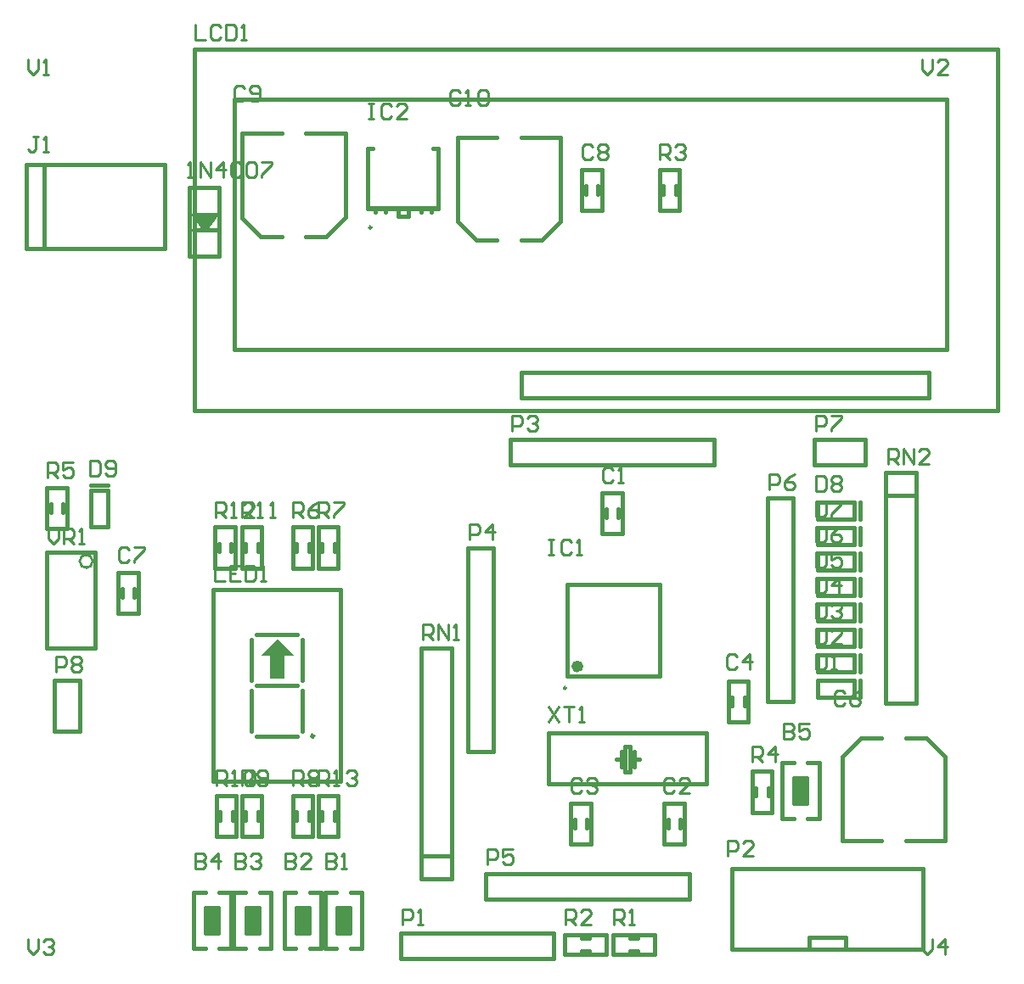
<source format=gto>
G04 Layer_Color=65535*
%FSLAX24Y24*%
%MOIN*%
G70*
G01*
G75*
%ADD20C,0.0150*%
%ADD23C,0.0100*%
%ADD40C,0.0098*%
%ADD41C,0.0236*%
%ADD42C,0.0120*%
%ADD43R,0.0500X0.1000*%
G36*
X20870Y27250D02*
Y27240D01*
X20500D01*
Y26360D01*
X19910D01*
Y27240D01*
X19540D01*
X20200Y27900D01*
X20220D01*
X20870Y27250D01*
D02*
G37*
D20*
X38840Y21093D02*
X39234D01*
X38840D02*
Y22707D01*
X39628D01*
Y21093D02*
Y22707D01*
X39234Y21093D02*
X39628D01*
X39474Y21740D02*
Y22055D01*
X38994Y21743D02*
Y22057D01*
X31589Y26439D02*
X35211D01*
X31589Y30061D02*
X35211D01*
X31589Y26439D02*
Y30061D01*
X35211Y26439D02*
Y30061D01*
X16990Y45640D02*
X17930D01*
Y42970D02*
Y45640D01*
X16740Y42970D02*
X17930D01*
X16740D02*
Y45640D01*
X16990D01*
X17340Y44000D02*
X17790Y44600D01*
X16940Y44580D02*
X17340Y44000D01*
X16930Y44600D02*
X16940Y44580D01*
X16930Y44600D02*
X17790D01*
X16910Y44000D02*
X17790D01*
X17330Y44120D02*
X17640Y44550D01*
X17060Y44530D02*
X17330Y44120D01*
X17060Y44530D02*
X17560Y44520D01*
X17310Y44230D02*
X17560Y44520D01*
X17210Y44480D02*
X17310Y44230D01*
X17120Y44470D02*
X17470Y44440D01*
X17120Y44470D02*
X17450Y44320D01*
X40020Y20840D02*
X40470D01*
X41030D02*
X41480D01*
Y23060D01*
X40020Y20840D02*
Y23060D01*
X40500Y21450D02*
Y22450D01*
X41000D01*
Y21450D02*
Y22450D01*
X40500Y21450D02*
X41000D01*
X40020Y23060D02*
X40470D01*
X41030D02*
X41480D01*
X32550Y46357D02*
X32944D01*
Y44743D02*
Y46357D01*
X32156Y44743D02*
X32944D01*
X32156D02*
Y46357D01*
X32550D01*
X32310Y45395D02*
Y45710D01*
X32790Y45393D02*
Y45707D01*
X31328Y44328D02*
Y47628D01*
X29782D02*
X31328D01*
X27272D02*
X28818D01*
X27272Y44308D02*
Y47628D01*
X29782Y43572D02*
X30572D01*
X31328Y44328D01*
X27272Y44308D02*
X28008Y43572D01*
X28818D01*
X12885Y33970D02*
X13535D01*
X12885Y33757D02*
X13215D01*
X12885Y32320D02*
Y33760D01*
Y32320D02*
X13545D01*
Y33760D01*
X13215Y33757D02*
X13545D01*
X24040Y44700D02*
Y44822D01*
X24434Y44700D02*
Y44822D01*
X25851Y44700D02*
Y44822D01*
X26245Y44700D02*
Y44822D01*
X23764Y47185D02*
X23961D01*
X26323D02*
X26520D01*
X23764Y44822D02*
X26520D01*
X25851D02*
X26245D01*
X24946Y44507D02*
Y44822D01*
X25339D01*
Y44507D02*
Y44822D01*
X24946Y44507D02*
X25339D01*
X24040Y44822D02*
X24434D01*
X26520D02*
Y47185D01*
X23764Y44822D02*
Y47185D01*
Y44850D02*
X26520D01*
X10350Y43250D02*
Y46550D01*
X15800Y43250D02*
Y46550D01*
X10350D02*
X15800D01*
X10350Y43250D02*
X15800D01*
X11050D02*
Y46550D01*
X29800Y38400D02*
X45800D01*
Y37400D02*
Y38400D01*
X45050Y37400D02*
X45800D01*
X29800D02*
X45050D01*
X29800D02*
Y38400D01*
X17000Y36900D02*
X48500D01*
Y51100D01*
X17000D02*
X48500D01*
X16950Y36900D02*
Y51100D01*
X46481Y39289D02*
Y49131D01*
X18529D02*
X46481D01*
X18529Y39289D02*
Y49131D01*
Y39289D02*
X46481D01*
X19200Y26300D02*
Y27900D01*
Y26300D02*
Y27900D01*
X21200Y26300D02*
Y27900D01*
Y26300D02*
Y27900D01*
X19400Y28100D02*
X21000D01*
X19400Y26100D02*
X21000D01*
X19400D02*
X21000D01*
X19400Y24100D02*
X21000D01*
X19200Y24300D02*
Y25900D01*
Y24300D02*
Y25900D01*
X21200Y24300D02*
Y25900D01*
Y24300D02*
Y25900D01*
X19200Y26300D02*
Y27900D01*
Y26300D02*
Y27900D01*
X21200Y26300D02*
Y27900D01*
Y26300D02*
Y27900D01*
X19400Y28100D02*
X21000D01*
X19400Y26100D02*
X21000D01*
X19400D02*
X21000D01*
X19400Y24100D02*
X21000D01*
X19200Y24300D02*
Y25900D01*
Y24300D02*
Y25900D01*
X21200Y24300D02*
Y25900D01*
Y24300D02*
Y25900D01*
X19200Y26300D02*
Y27900D01*
Y26300D02*
Y27900D01*
X21200Y26300D02*
Y27900D01*
Y26300D02*
Y27900D01*
X19400Y28100D02*
X21000D01*
X19400Y26100D02*
X21000D01*
X19400D02*
X21000D01*
X19400Y24100D02*
X21000D01*
X19200Y24300D02*
Y25900D01*
Y24300D02*
Y25900D01*
X21200Y24300D02*
Y25900D01*
Y24300D02*
Y25900D01*
X19200Y26300D02*
Y27900D01*
Y26300D02*
Y27900D01*
X21200Y26300D02*
Y27900D01*
Y26300D02*
Y27900D01*
X19400Y28100D02*
X21000D01*
X19400Y26100D02*
X21000D01*
X19400D02*
X21000D01*
X19400Y24100D02*
X21000D01*
X19200Y24300D02*
Y25900D01*
Y24300D02*
Y25900D01*
X21200Y24300D02*
Y25900D01*
Y24300D02*
Y25900D01*
X17700Y29850D02*
X22700D01*
Y22320D02*
Y29850D01*
X17700Y22320D02*
X22700D01*
X17700D02*
Y29850D01*
X25050Y15350D02*
X31050D01*
X25050Y16350D02*
X31050D01*
X25050Y15350D02*
Y16350D01*
X31050Y15350D02*
Y16350D01*
X38060Y15725D02*
X45540D01*
Y18875D01*
X38060Y15725D02*
Y18875D01*
X45540D01*
X41070Y16200D02*
X41800D01*
X41070Y15725D02*
Y16200D01*
X42530Y15725D02*
Y16200D01*
X41800D02*
X42530D01*
X39450Y33450D02*
X40450D01*
Y25450D02*
Y33450D01*
X39450Y25450D02*
X40450D01*
X39450D02*
Y33450D01*
X11450Y24275D02*
Y26275D01*
Y24275D02*
X12450D01*
Y26275D01*
X11450D02*
X12450D01*
X21806Y20143D02*
X22200D01*
X21806D02*
Y21757D01*
X22594D01*
Y20143D02*
Y21757D01*
X22200Y20143D02*
X22594D01*
X22440Y20790D02*
Y21105D01*
X21960Y20793D02*
Y21107D01*
X44100Y33540D02*
X45300D01*
X44100Y34440D02*
X45300D01*
X44100Y25390D02*
Y34440D01*
Y25390D02*
X45300D01*
Y34440D01*
X11150Y27565D02*
Y31315D01*
X13050D01*
Y27565D02*
Y31315D01*
X11150Y27565D02*
X13050D01*
X30860Y22230D02*
X30880Y22210D01*
X37050D01*
X30860Y24230D02*
X37050D01*
X30860Y22230D02*
Y24230D01*
X37050Y22210D02*
Y24230D01*
X34210Y23190D02*
X34410D01*
X34210Y22890D02*
Y23490D01*
X34060Y22690D02*
Y23690D01*
X33860D02*
X34060D01*
X33860Y22690D02*
Y23690D01*
Y22690D02*
X34060D01*
X33710Y22890D02*
Y23490D01*
X33510Y23190D02*
X33710D01*
X25850Y19400D02*
X27050D01*
X25850Y18500D02*
X27050D01*
Y27550D01*
X25850D02*
X27050D01*
X25850Y18500D02*
Y27550D01*
X33393Y15907D02*
Y16301D01*
X35007D01*
Y15513D02*
Y16301D01*
X33393Y15513D02*
X35007D01*
X33393D02*
Y15907D01*
X34040Y15667D02*
X34355D01*
X34043Y16147D02*
X34357D01*
X35600Y46357D02*
X35994D01*
Y44743D02*
Y46357D01*
X35206Y44743D02*
X35994D01*
X35206D02*
Y46357D01*
X35600D01*
X35360Y45395D02*
Y45710D01*
X35840Y45393D02*
Y45707D01*
X31493Y15907D02*
Y16301D01*
X33107D01*
Y15513D02*
Y16301D01*
X31493Y15513D02*
X33107D01*
X31493D02*
Y15907D01*
X32140Y15667D02*
X32455D01*
X32143Y16147D02*
X32457D01*
X29350Y34740D02*
Y35740D01*
X37350D01*
Y34740D02*
Y35740D01*
X29350Y34740D02*
X37350D01*
X27700Y31500D02*
X28700D01*
Y23500D02*
Y31500D01*
X27700Y23500D02*
X28700D01*
X27700D02*
Y31500D01*
X16920Y15740D02*
X17370D01*
X17930D02*
X18380D01*
Y17960D01*
X16920Y15740D02*
Y17960D01*
X17400Y16350D02*
Y17350D01*
X17900D01*
Y16350D02*
Y17350D01*
X17400Y16350D02*
X17900D01*
X16920Y17960D02*
X17370D01*
X17930D02*
X18380D01*
X18496Y15740D02*
X18946D01*
X19506D02*
X19956D01*
Y17960D01*
X18496Y15740D02*
Y17960D01*
X18976Y16350D02*
Y17350D01*
X19476D01*
Y16350D02*
Y17350D01*
X18976Y16350D02*
X19476D01*
X18496Y17960D02*
X18946D01*
X19506D02*
X19956D01*
X20470Y15740D02*
X20920D01*
X21480D02*
X21930D01*
Y17960D01*
X20470Y15740D02*
Y17960D01*
X20950Y16350D02*
Y17350D01*
X21450D01*
Y16350D02*
Y17350D01*
X20950Y16350D02*
X21450D01*
X20470Y17960D02*
X20920D01*
X21480D02*
X21930D01*
X22070Y15740D02*
X22520D01*
X23080D02*
X23530D01*
Y17960D01*
X22070Y15740D02*
Y17960D01*
X22550Y16350D02*
Y17350D01*
X23050D01*
Y16350D02*
Y17350D01*
X22550Y16350D02*
X23050D01*
X22070Y17960D02*
X22520D01*
X23080D02*
X23530D01*
X36400Y17700D02*
Y18700D01*
X28400Y17700D02*
X36400D01*
X28400D02*
Y18700D01*
X36400D01*
X43070Y25630D02*
Y26280D01*
X42857Y25950D02*
Y26280D01*
X41420D02*
X42860D01*
X41420Y25620D02*
Y26280D01*
Y25620D02*
X42860D01*
X42857D02*
Y25950D01*
X43070Y26630D02*
Y27280D01*
X42857Y26950D02*
Y27280D01*
X41420D02*
X42860D01*
X41420Y26620D02*
Y27280D01*
Y26620D02*
X42860D01*
X42857D02*
Y26950D01*
X43070Y27630D02*
Y28280D01*
X42857Y27950D02*
Y28280D01*
X41420D02*
X42860D01*
X41420Y27620D02*
Y28280D01*
Y27620D02*
X42860D01*
X42857D02*
Y27950D01*
X43070Y28630D02*
Y29280D01*
X42857Y28950D02*
Y29280D01*
X41420D02*
X42860D01*
X41420Y28620D02*
Y29280D01*
Y28620D02*
X42860D01*
X42857D02*
Y28950D01*
X43070Y29630D02*
Y30280D01*
X42857Y29950D02*
Y30280D01*
X41420D02*
X42860D01*
X41420Y29620D02*
Y30280D01*
Y29620D02*
X42860D01*
X42857D02*
Y29950D01*
X33350Y33657D02*
X33744D01*
Y32043D02*
Y33657D01*
X32956Y32043D02*
X33744D01*
X32956D02*
Y33657D01*
X33350D01*
X33110Y32695D02*
Y33010D01*
X33590Y32693D02*
Y33007D01*
X43070Y30630D02*
Y31280D01*
X42857Y30950D02*
Y31280D01*
X41420D02*
X42860D01*
X41420Y30620D02*
Y31280D01*
Y30620D02*
X42860D01*
X42857D02*
Y30950D01*
X31726Y19843D02*
X32120D01*
X31726D02*
Y21457D01*
X32514D01*
Y19843D02*
Y21457D01*
X32120Y19843D02*
X32514D01*
X32360Y20490D02*
Y20805D01*
X31880Y20493D02*
Y20807D01*
X35386Y19843D02*
X35780D01*
X35386D02*
Y21457D01*
X36174D01*
Y19843D02*
Y21457D01*
X35780Y19843D02*
X36174D01*
X36020Y20490D02*
Y20805D01*
X35540Y20493D02*
Y20807D01*
X43070Y31630D02*
Y32280D01*
X42857Y31950D02*
Y32280D01*
X41420D02*
X42860D01*
X41420Y31620D02*
Y32280D01*
Y31620D02*
X42860D01*
X42857D02*
Y31950D01*
X43070Y32625D02*
Y33275D01*
X42857Y32945D02*
Y33275D01*
X41420D02*
X42860D01*
X41420Y32615D02*
Y33275D01*
Y32615D02*
X42860D01*
X42857D02*
Y32945D01*
X38300Y26257D02*
X38694D01*
Y24643D02*
Y26257D01*
X37906Y24643D02*
X38694D01*
X37906D02*
Y26257D01*
X38300D01*
X38060Y25295D02*
Y25610D01*
X38540Y25293D02*
Y25607D01*
X42372Y19972D02*
Y23272D01*
Y19972D02*
X43918D01*
X44882D02*
X46428D01*
Y23292D01*
X43128Y24028D02*
X43918D01*
X42372Y23272D02*
X43128Y24028D01*
X45692D02*
X46428Y23292D01*
X44882Y24028D02*
X45692D01*
X14350Y30532D02*
X14744D01*
Y28918D02*
Y30532D01*
X13956Y28918D02*
X14744D01*
X13956D02*
Y30532D01*
X14350D01*
X14110Y29570D02*
Y29885D01*
X14590Y29567D02*
Y29882D01*
X41300Y35740D02*
X43300D01*
X41300Y34740D02*
Y35740D01*
Y34740D02*
X43300D01*
Y35740D01*
X11156Y32243D02*
X11550D01*
X11156D02*
Y33857D01*
X11944D01*
Y32243D02*
Y33857D01*
X11550Y32243D02*
X11944D01*
X11790Y32890D02*
Y33205D01*
X11310Y32893D02*
Y33207D01*
X21200Y32307D02*
X21594D01*
Y30693D02*
Y32307D01*
X20806Y30693D02*
X21594D01*
X20806D02*
Y32307D01*
X21200D01*
X20960Y31345D02*
Y31660D01*
X21440Y31343D02*
Y31657D01*
X22200Y32307D02*
X22594D01*
Y30693D02*
Y32307D01*
X21806Y30693D02*
X22594D01*
X21806D02*
Y32307D01*
X22200D01*
X21960Y31345D02*
Y31660D01*
X22440Y31343D02*
Y31657D01*
X20806Y20143D02*
X21200D01*
X20806D02*
Y21757D01*
X21594D01*
Y20143D02*
Y21757D01*
X21200Y20143D02*
X21594D01*
X21440Y20790D02*
Y21105D01*
X20960Y20793D02*
Y21107D01*
X18806Y20143D02*
X19200D01*
X18806D02*
Y21757D01*
X19594D01*
Y20143D02*
Y21757D01*
X19200Y20143D02*
X19594D01*
X19440Y20790D02*
Y21105D01*
X18960Y20793D02*
Y21107D01*
X17806Y20143D02*
X18200D01*
X17806D02*
Y21757D01*
X18594D01*
Y20143D02*
Y21757D01*
X18200Y20143D02*
X18594D01*
X18440Y20790D02*
Y21105D01*
X17960Y20793D02*
Y21107D01*
X19200Y32307D02*
X19594D01*
Y30693D02*
Y32307D01*
X18806Y30693D02*
X19594D01*
X18806D02*
Y32307D01*
X19200D01*
X18960Y31345D02*
Y31660D01*
X19440Y31343D02*
Y31657D01*
X18150Y32307D02*
X18544D01*
Y30693D02*
Y32307D01*
X17756Y30693D02*
X18544D01*
X17756D02*
Y32307D01*
X18150D01*
X17910Y31345D02*
Y31660D01*
X18390Y31343D02*
Y31657D01*
X22878Y44478D02*
Y47778D01*
X21332D02*
X22878D01*
X18822D02*
X20368D01*
X18822Y44458D02*
Y47778D01*
X21332Y43722D02*
X22122D01*
X22878Y44478D01*
X18822Y44458D02*
X19558Y43722D01*
X20368D01*
D23*
X12955Y30965D02*
G03*
X12955Y30965I-255J0D01*
G01*
X38854Y23100D02*
Y23700D01*
X39154D01*
X39254Y23600D01*
Y23400D01*
X39154Y23300D01*
X38854D01*
X39054D02*
X39254Y23100D01*
X39754D02*
Y23700D01*
X39454Y23400D01*
X39854D01*
X30840Y31810D02*
X31040D01*
X30940D01*
Y31210D01*
X30840D01*
X31040D01*
X31740Y31710D02*
X31640Y31810D01*
X31440D01*
X31340Y31710D01*
Y31310D01*
X31440Y31210D01*
X31640D01*
X31740Y31310D01*
X31940Y31210D02*
X32140D01*
X32040D01*
Y31810D01*
X31940Y31710D01*
X30840Y25240D02*
X31240Y24640D01*
Y25240D02*
X30840Y24640D01*
X31440Y25240D02*
X31840D01*
X31640D01*
Y24640D01*
X32040D02*
X32240D01*
X32140D01*
Y25240D01*
X32040Y25140D01*
X11205Y32270D02*
Y31870D01*
X11405Y31670D01*
X11605Y31870D01*
Y32270D01*
X11805Y31670D02*
Y32270D01*
X12105D01*
X12205Y32170D01*
Y31970D01*
X12105Y31870D01*
X11805D01*
X12005D02*
X12205Y31670D01*
X12405D02*
X12605D01*
X12505D01*
Y32270D01*
X12405Y32170D01*
X45525Y16125D02*
Y15725D01*
X45725Y15525D01*
X45925Y15725D01*
Y16125D01*
X46425Y15525D02*
Y16125D01*
X46125Y15825D01*
X46525D01*
X10425Y16125D02*
Y15725D01*
X10625Y15525D01*
X10825Y15725D01*
Y16125D01*
X11025Y16025D02*
X11125Y16125D01*
X11325D01*
X11425Y16025D01*
Y15925D01*
X11325Y15825D01*
X11225D01*
X11325D01*
X11425Y15725D01*
Y15625D01*
X11325Y15525D01*
X11125D01*
X11025Y15625D01*
X45525Y50675D02*
Y50275D01*
X45725Y50075D01*
X45925Y50275D01*
Y50675D01*
X46525Y50075D02*
X46125D01*
X46525Y50475D01*
Y50575D01*
X46425Y50675D01*
X46225D01*
X46125Y50575D01*
X10425Y50675D02*
Y50275D01*
X10625Y50075D01*
X10825Y50275D01*
Y50675D01*
X11025Y50075D02*
X11225D01*
X11125D01*
Y50675D01*
X11025Y50575D01*
X44170Y34780D02*
Y35380D01*
X44470D01*
X44570Y35280D01*
Y35080D01*
X44470Y34980D01*
X44170D01*
X44370D02*
X44570Y34780D01*
X44770D02*
Y35380D01*
X45170Y34780D01*
Y35380D01*
X45769Y34780D02*
X45370D01*
X45769Y35180D01*
Y35280D01*
X45670Y35380D01*
X45470D01*
X45370Y35280D01*
X25910Y27890D02*
Y28490D01*
X26210D01*
X26310Y28390D01*
Y28190D01*
X26210Y28090D01*
X25910D01*
X26110D02*
X26310Y27890D01*
X26510D02*
Y28490D01*
X26910Y27890D01*
Y28490D01*
X27110Y27890D02*
X27310D01*
X27210D01*
Y28490D01*
X27110Y28390D01*
X21820Y22150D02*
Y22750D01*
X22120D01*
X22220Y22650D01*
Y22450D01*
X22120Y22350D01*
X21820D01*
X22020D02*
X22220Y22150D01*
X22420D02*
X22620D01*
X22520D01*
Y22750D01*
X22420Y22650D01*
X22920D02*
X23020Y22750D01*
X23220D01*
X23320Y22650D01*
Y22550D01*
X23220Y22450D01*
X23120D01*
X23220D01*
X23320Y22350D01*
Y22250D01*
X23220Y22150D01*
X23020D01*
X22920Y22250D01*
X17770Y32700D02*
Y33300D01*
X18070D01*
X18170Y33200D01*
Y33000D01*
X18070Y32900D01*
X17770D01*
X17970D02*
X18170Y32700D01*
X18370D02*
X18570D01*
X18470D01*
Y33300D01*
X18370Y33200D01*
X19270Y32700D02*
X18870D01*
X19270Y33100D01*
Y33200D01*
X19170Y33300D01*
X18970D01*
X18870Y33200D01*
X18820Y32700D02*
Y33300D01*
X19120D01*
X19220Y33200D01*
Y33000D01*
X19120Y32900D01*
X18820D01*
X19020D02*
X19220Y32700D01*
X19420D02*
X19620D01*
X19520D01*
Y33300D01*
X19420Y33200D01*
X19920Y32700D02*
X20120D01*
X20020D01*
Y33300D01*
X19920Y33200D01*
X17820Y22150D02*
Y22750D01*
X18120D01*
X18220Y22650D01*
Y22450D01*
X18120Y22350D01*
X17820D01*
X18020D02*
X18220Y22150D01*
X18420D02*
X18620D01*
X18520D01*
Y22750D01*
X18420Y22650D01*
X18920D02*
X19020Y22750D01*
X19220D01*
X19320Y22650D01*
Y22250D01*
X19220Y22150D01*
X19020D01*
X18920Y22250D01*
Y22650D01*
X18820Y22150D02*
Y22750D01*
X19120D01*
X19220Y22650D01*
Y22450D01*
X19120Y22350D01*
X18820D01*
X19020D02*
X19220Y22150D01*
X19420Y22250D02*
X19520Y22150D01*
X19720D01*
X19820Y22250D01*
Y22650D01*
X19720Y22750D01*
X19520D01*
X19420Y22650D01*
Y22550D01*
X19520Y22450D01*
X19820D01*
X20820Y22150D02*
Y22750D01*
X21120D01*
X21220Y22650D01*
Y22450D01*
X21120Y22350D01*
X20820D01*
X21020D02*
X21220Y22150D01*
X21420Y22650D02*
X21520Y22750D01*
X21720D01*
X21820Y22650D01*
Y22550D01*
X21720Y22450D01*
X21820Y22350D01*
Y22250D01*
X21720Y22150D01*
X21520D01*
X21420Y22250D01*
Y22350D01*
X21520Y22450D01*
X21420Y22550D01*
Y22650D01*
X21520Y22450D02*
X21720D01*
X21820Y32700D02*
Y33300D01*
X22120D01*
X22220Y33200D01*
Y33000D01*
X22120Y32900D01*
X21820D01*
X22020D02*
X22220Y32700D01*
X22420Y33300D02*
X22820D01*
Y33200D01*
X22420Y32800D01*
Y32700D01*
X20820D02*
Y33300D01*
X21120D01*
X21220Y33200D01*
Y33000D01*
X21120Y32900D01*
X20820D01*
X21020D02*
X21220Y32700D01*
X21820Y33300D02*
X21620Y33200D01*
X21420Y33000D01*
Y32800D01*
X21520Y32700D01*
X21720D01*
X21820Y32800D01*
Y32900D01*
X21720Y33000D01*
X21420D01*
X11170Y34250D02*
Y34850D01*
X11470D01*
X11570Y34750D01*
Y34550D01*
X11470Y34450D01*
X11170D01*
X11370D02*
X11570Y34250D01*
X12170Y34850D02*
X11770D01*
Y34550D01*
X11970Y34650D01*
X12070D01*
X12170Y34550D01*
Y34350D01*
X12070Y34250D01*
X11870D01*
X11770Y34350D01*
X35220Y46750D02*
Y47350D01*
X35520D01*
X35620Y47250D01*
Y47050D01*
X35520Y46950D01*
X35220D01*
X35420D02*
X35620Y46750D01*
X35820Y47250D02*
X35920Y47350D01*
X36120D01*
X36220Y47250D01*
Y47150D01*
X36120Y47050D01*
X36020D01*
X36120D01*
X36220Y46950D01*
Y46850D01*
X36120Y46750D01*
X35920D01*
X35820Y46850D01*
X31505Y16692D02*
Y17292D01*
X31805D01*
X31905Y17192D01*
Y16992D01*
X31805Y16892D01*
X31505D01*
X31705D02*
X31905Y16692D01*
X32505D02*
X32105D01*
X32505Y17092D01*
Y17192D01*
X32405Y17292D01*
X32205D01*
X32105Y17192D01*
X33405Y16692D02*
Y17292D01*
X33705D01*
X33805Y17192D01*
Y16992D01*
X33705Y16892D01*
X33405D01*
X33605D02*
X33805Y16692D01*
X34005D02*
X34205D01*
X34105D01*
Y17292D01*
X34005Y17192D01*
X11510Y26615D02*
Y27215D01*
X11810D01*
X11910Y27115D01*
Y26915D01*
X11810Y26815D01*
X11510D01*
X12110Y27115D02*
X12210Y27215D01*
X12410D01*
X12510Y27115D01*
Y27015D01*
X12410Y26915D01*
X12510Y26815D01*
Y26715D01*
X12410Y26615D01*
X12210D01*
X12110Y26715D01*
Y26815D01*
X12210Y26915D01*
X12110Y27015D01*
Y27115D01*
X12210Y26915D02*
X12410D01*
X41360Y36080D02*
Y36680D01*
X41660D01*
X41760Y36580D01*
Y36380D01*
X41660Y36280D01*
X41360D01*
X41960Y36680D02*
X42360D01*
Y36580D01*
X41960Y36180D01*
Y36080D01*
X39515Y33785D02*
Y34385D01*
X39815D01*
X39915Y34285D01*
Y34085D01*
X39815Y33985D01*
X39515D01*
X40515Y34385D02*
X40315Y34285D01*
X40115Y34085D01*
Y33885D01*
X40215Y33785D01*
X40415D01*
X40515Y33885D01*
Y33985D01*
X40415Y34085D01*
X40115D01*
X28460Y19040D02*
Y19640D01*
X28760D01*
X28860Y19540D01*
Y19340D01*
X28760Y19240D01*
X28460D01*
X29460Y19640D02*
X29060D01*
Y19340D01*
X29260Y19440D01*
X29360D01*
X29460Y19340D01*
Y19140D01*
X29360Y19040D01*
X29160D01*
X29060Y19140D01*
X27765Y31835D02*
Y32435D01*
X28065D01*
X28165Y32335D01*
Y32135D01*
X28065Y32035D01*
X27765D01*
X28665Y31835D02*
Y32435D01*
X28365Y32135D01*
X28765D01*
X29410Y36080D02*
Y36680D01*
X29710D01*
X29810Y36580D01*
Y36380D01*
X29710Y36280D01*
X29410D01*
X30010Y36580D02*
X30110Y36680D01*
X30310D01*
X30410Y36580D01*
Y36480D01*
X30310Y36380D01*
X30210D01*
X30310D01*
X30410Y36280D01*
Y36180D01*
X30310Y36080D01*
X30110D01*
X30010Y36180D01*
X37900Y19400D02*
Y20000D01*
X38200D01*
X38300Y19900D01*
Y19700D01*
X38200Y19600D01*
X37900D01*
X38900Y19400D02*
X38500D01*
X38900Y19800D01*
Y19900D01*
X38800Y20000D01*
X38600D01*
X38500Y19900D01*
X25114Y16690D02*
Y17290D01*
X25414D01*
X25514Y17190D01*
Y16990D01*
X25414Y16890D01*
X25114D01*
X25714Y16690D02*
X25914D01*
X25814D01*
Y17290D01*
X25714Y17190D01*
X17765Y30785D02*
Y30185D01*
X18165D01*
X18765Y30785D02*
X18365D01*
Y30185D01*
X18765D01*
X18365Y30485D02*
X18565D01*
X18965Y30785D02*
Y30185D01*
X19265D01*
X19364Y30285D01*
Y30685D01*
X19265Y30785D01*
X18965D01*
X19564Y30185D02*
X19764D01*
X19664D01*
Y30785D01*
X19564Y30685D01*
X17000Y52050D02*
Y51450D01*
X17400D01*
X18000Y51950D02*
X17900Y52050D01*
X17700D01*
X17600Y51950D01*
Y51550D01*
X17700Y51450D01*
X17900D01*
X18000Y51550D01*
X18200Y52050D02*
Y51450D01*
X18500D01*
X18599Y51550D01*
Y51950D01*
X18500Y52050D01*
X18200D01*
X18799Y51450D02*
X18999D01*
X18899D01*
Y52050D01*
X18799Y51950D01*
X10820Y47640D02*
X10620D01*
X10720D01*
Y47140D01*
X10620Y47040D01*
X10520D01*
X10420Y47140D01*
X11020Y47040D02*
X11220D01*
X11120D01*
Y47640D01*
X11020Y47540D01*
X23800Y48965D02*
X24000D01*
X23900D01*
Y48365D01*
X23800D01*
X24000D01*
X24700Y48865D02*
X24600Y48965D01*
X24400D01*
X24300Y48865D01*
Y48465D01*
X24400Y48365D01*
X24600D01*
X24700Y48465D01*
X25300Y48365D02*
X24900D01*
X25300Y48765D01*
Y48865D01*
X25200Y48965D01*
X25000D01*
X24900Y48865D01*
X12835Y34920D02*
Y34320D01*
X13134D01*
X13234Y34420D01*
Y34820D01*
X13134Y34920D01*
X12835D01*
X13434Y34420D02*
X13534Y34320D01*
X13734D01*
X13834Y34420D01*
Y34820D01*
X13734Y34920D01*
X13534D01*
X13434Y34820D01*
Y34720D01*
X13534Y34620D01*
X13834D01*
X41340Y34325D02*
Y33725D01*
X41640D01*
X41740Y33825D01*
Y34225D01*
X41640Y34325D01*
X41340D01*
X41940Y34225D02*
X42040Y34325D01*
X42240D01*
X42340Y34225D01*
Y34125D01*
X42240Y34025D01*
X42340Y33925D01*
Y33825D01*
X42240Y33725D01*
X42040D01*
X41940Y33825D01*
Y33925D01*
X42040Y34025D01*
X41940Y34125D01*
Y34225D01*
X42040Y34025D02*
X42240D01*
X41340Y33330D02*
Y32730D01*
X41640D01*
X41740Y32830D01*
Y33230D01*
X41640Y33330D01*
X41340D01*
X41940D02*
X42340D01*
Y33230D01*
X41940Y32830D01*
Y32730D01*
X41340Y32330D02*
Y31730D01*
X41640D01*
X41740Y31830D01*
Y32230D01*
X41640Y32330D01*
X41340D01*
X42340D02*
X42140Y32230D01*
X41940Y32030D01*
Y31830D01*
X42040Y31730D01*
X42240D01*
X42340Y31830D01*
Y31930D01*
X42240Y32030D01*
X41940D01*
X41340Y31330D02*
Y30730D01*
X41640D01*
X41740Y30830D01*
Y31230D01*
X41640Y31330D01*
X41340D01*
X42340D02*
X41940D01*
Y31030D01*
X42140Y31130D01*
X42240D01*
X42340Y31030D01*
Y30830D01*
X42240Y30730D01*
X42040D01*
X41940Y30830D01*
X41340Y30330D02*
Y29730D01*
X41640D01*
X41740Y29830D01*
Y30230D01*
X41640Y30330D01*
X41340D01*
X42240Y29730D02*
Y30330D01*
X41940Y30030D01*
X42340D01*
X41340Y29335D02*
Y28735D01*
X41640D01*
X41740Y28835D01*
Y29235D01*
X41640Y29335D01*
X41340D01*
X41940Y29235D02*
X42040Y29335D01*
X42240D01*
X42340Y29235D01*
Y29135D01*
X42240Y29035D01*
X42140D01*
X42240D01*
X42340Y28935D01*
Y28835D01*
X42240Y28735D01*
X42040D01*
X41940Y28835D01*
X41340Y28330D02*
Y27730D01*
X41640D01*
X41740Y27830D01*
Y28230D01*
X41640Y28330D01*
X41340D01*
X42340Y27730D02*
X41940D01*
X42340Y28130D01*
Y28230D01*
X42240Y28330D01*
X42040D01*
X41940Y28230D01*
X41341Y27330D02*
Y26730D01*
X41641D01*
X41740Y26830D01*
Y27230D01*
X41641Y27330D01*
X41341D01*
X41940Y26730D02*
X42140D01*
X42040D01*
Y27330D01*
X41940Y27230D01*
X27370Y49400D02*
X27270Y49500D01*
X27070D01*
X26970Y49400D01*
Y49000D01*
X27070Y48900D01*
X27270D01*
X27370Y49000D01*
X27570Y48900D02*
X27770D01*
X27670D01*
Y49500D01*
X27570Y49400D01*
X28070D02*
X28170Y49500D01*
X28370D01*
X28470Y49400D01*
Y49000D01*
X28370Y48900D01*
X28170D01*
X28070Y49000D01*
Y49400D01*
X18920Y49550D02*
X18820Y49650D01*
X18620D01*
X18520Y49550D01*
Y49150D01*
X18620Y49050D01*
X18820D01*
X18920Y49150D01*
X19120D02*
X19220Y49050D01*
X19420D01*
X19520Y49150D01*
Y49550D01*
X19420Y49650D01*
X19220D01*
X19120Y49550D01*
Y49450D01*
X19220Y49350D01*
X19520D01*
X32570Y47250D02*
X32470Y47350D01*
X32270D01*
X32170Y47250D01*
Y46850D01*
X32270Y46750D01*
X32470D01*
X32570Y46850D01*
X32770Y47250D02*
X32870Y47350D01*
X33070D01*
X33170Y47250D01*
Y47150D01*
X33070Y47050D01*
X33170Y46950D01*
Y46850D01*
X33070Y46750D01*
X32870D01*
X32770Y46850D01*
Y46950D01*
X32870Y47050D01*
X32770Y47150D01*
Y47250D01*
X32870Y47050D02*
X33070D01*
X14370Y31425D02*
X14270Y31525D01*
X14070D01*
X13970Y31425D01*
Y31025D01*
X14070Y30925D01*
X14270D01*
X14370Y31025D01*
X14570Y31525D02*
X14970D01*
Y31425D01*
X14570Y31025D01*
Y30925D01*
X42470Y25800D02*
X42370Y25900D01*
X42170D01*
X42070Y25800D01*
Y25400D01*
X42170Y25300D01*
X42370D01*
X42470Y25400D01*
X43070Y25900D02*
X42870Y25800D01*
X42670Y25600D01*
Y25400D01*
X42770Y25300D01*
X42970D01*
X43070Y25400D01*
Y25500D01*
X42970Y25600D01*
X42670D01*
X38250Y27210D02*
X38150Y27310D01*
X37950D01*
X37850Y27210D01*
Y26810D01*
X37950Y26710D01*
X38150D01*
X38250Y26810D01*
X38750Y26710D02*
Y27310D01*
X38450Y27010D01*
X38850D01*
X32140Y22350D02*
X32040Y22450D01*
X31840D01*
X31740Y22350D01*
Y21950D01*
X31840Y21850D01*
X32040D01*
X32140Y21950D01*
X32340Y22350D02*
X32440Y22450D01*
X32640D01*
X32740Y22350D01*
Y22250D01*
X32640Y22150D01*
X32540D01*
X32640D01*
X32740Y22050D01*
Y21950D01*
X32640Y21850D01*
X32440D01*
X32340Y21950D01*
X35796Y22350D02*
X35696Y22450D01*
X35496D01*
X35396Y22350D01*
Y21950D01*
X35496Y21850D01*
X35696D01*
X35796Y21950D01*
X36396Y21850D02*
X35996D01*
X36396Y22250D01*
Y22350D01*
X36296Y22450D01*
X36096D01*
X35996Y22350D01*
X33370Y34550D02*
X33270Y34650D01*
X33070D01*
X32970Y34550D01*
Y34150D01*
X33070Y34050D01*
X33270D01*
X33370Y34150D01*
X33570Y34050D02*
X33770D01*
X33670D01*
Y34650D01*
X33570Y34550D01*
X40070Y24580D02*
Y23980D01*
X40370D01*
X40470Y24080D01*
Y24180D01*
X40370Y24280D01*
X40070D01*
X40370D01*
X40470Y24380D01*
Y24480D01*
X40370Y24580D01*
X40070D01*
X41070D02*
X40670D01*
Y24280D01*
X40870Y24380D01*
X40970D01*
X41070Y24280D01*
Y24080D01*
X40970Y23980D01*
X40770D01*
X40670Y24080D01*
X16970Y19480D02*
Y18880D01*
X17270D01*
X17370Y18980D01*
Y19080D01*
X17270Y19180D01*
X16970D01*
X17270D01*
X17370Y19280D01*
Y19380D01*
X17270Y19480D01*
X16970D01*
X17870Y18880D02*
Y19480D01*
X17570Y19180D01*
X17970D01*
X18546Y19480D02*
Y18880D01*
X18846D01*
X18946Y18980D01*
Y19080D01*
X18846Y19180D01*
X18546D01*
X18846D01*
X18946Y19280D01*
Y19380D01*
X18846Y19480D01*
X18546D01*
X19146Y19380D02*
X19246Y19480D01*
X19446D01*
X19546Y19380D01*
Y19280D01*
X19446Y19180D01*
X19346D01*
X19446D01*
X19546Y19080D01*
Y18980D01*
X19446Y18880D01*
X19246D01*
X19146Y18980D01*
X20520Y19480D02*
Y18880D01*
X20820D01*
X20920Y18980D01*
Y19080D01*
X20820Y19180D01*
X20520D01*
X20820D01*
X20920Y19280D01*
Y19380D01*
X20820Y19480D01*
X20520D01*
X21520Y18880D02*
X21120D01*
X21520Y19280D01*
Y19380D01*
X21420Y19480D01*
X21220D01*
X21120Y19380D01*
X22120Y19480D02*
Y18880D01*
X22420D01*
X22520Y18980D01*
Y19080D01*
X22420Y19180D01*
X22120D01*
X22420D01*
X22520Y19280D01*
Y19380D01*
X22420Y19480D01*
X22120D01*
X22720Y18880D02*
X22920D01*
X22820D01*
Y19480D01*
X22720Y19380D01*
X16680Y46062D02*
X16880D01*
X16780D01*
Y46662D01*
X16680Y46562D01*
X17180Y46062D02*
Y46662D01*
X17580Y46062D01*
Y46662D01*
X18080Y46062D02*
Y46662D01*
X17780Y46362D01*
X18180D01*
X18379Y46562D02*
X18479Y46662D01*
X18679D01*
X18779Y46562D01*
Y46162D01*
X18679Y46062D01*
X18479D01*
X18379Y46162D01*
Y46562D01*
X18979D02*
X19079Y46662D01*
X19279D01*
X19379Y46562D01*
Y46162D01*
X19279Y46062D01*
X19079D01*
X18979Y46162D01*
Y46562D01*
X19579Y46662D02*
X19979D01*
Y46562D01*
X19579Y46162D01*
Y46062D01*
D40*
X31550Y25986D02*
G03*
X31550Y25986I-49J0D01*
G01*
X23898Y44082D02*
G03*
X23898Y44082I-49J0D01*
G01*
D41*
X32101Y26833D02*
G03*
X32101Y26833I-118J0D01*
G01*
D42*
X21650Y24100D02*
G03*
X21650Y24100I-60J0D01*
G01*
D43*
X40750Y21950D02*
D03*
X17650Y16850D02*
D03*
X19226Y16850D02*
D03*
X21200Y16850D02*
D03*
X22800D02*
D03*
M02*

</source>
